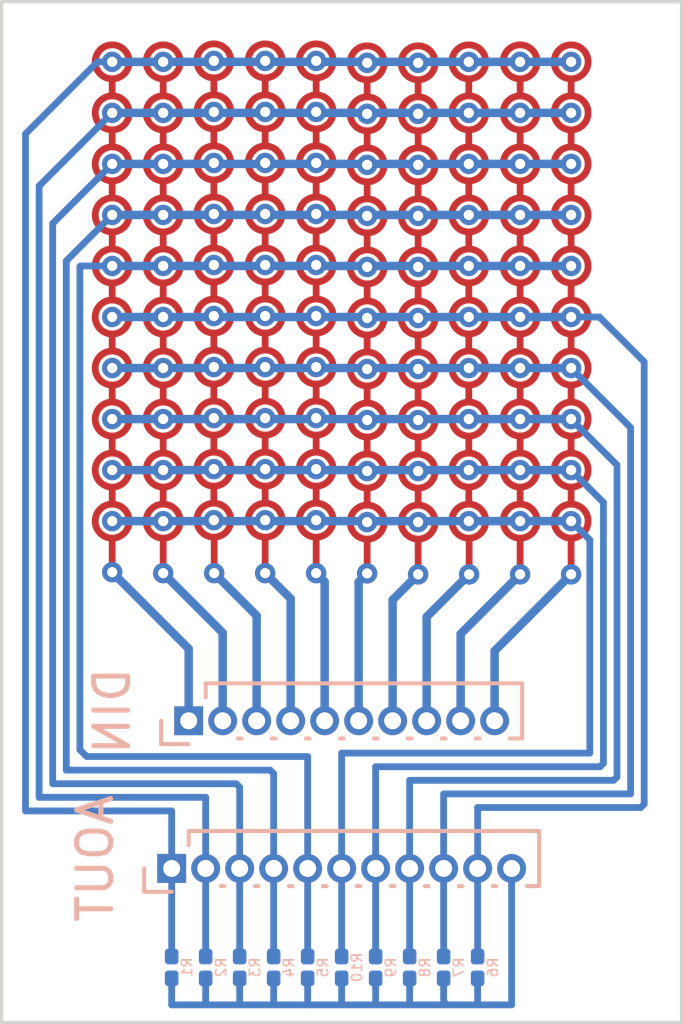
<source format=kicad_pcb>
(kicad_pcb (version 20211014) (generator pcbnew)
  (layers (0 "F.Cu" signal) (31 "B.Cu" signal) (34 "B.Paste" user) (35 "F.Paste" user) (36 "B.SilkS" user "B.Silkscreen") (37 "F.SilkS" user "F.Silkscreen") (38 "B.Mask" user) (39 "F.Mask" user) (44 "Edge.Cuts" user))
  (net 0 "")
  (footprint "Resistor_SMD:R_0201_0603Metric" (layer "B.Cu") (at 62.85 76.95 90)
    (fp_text reference "R5" (at 0 0.45 90) (layer "B.SilkS") (effects (font (size 0.3 0.3) (thickness 0.05)) (justify mirror)))
    (fp_text value "400K")
    (pad "1" smd roundrect (at -0.32 0 90) (size 0.46 0.4) (layers "B.Cu" "B.Mask"))
    (pad "2" smd roundrect (at 0.32 0 90) (size 0.46 0.4) (layers "B.Cu" "B.Mask"))
  )
  (footprint "Resistor_SMD:R_0201_0603Metric" (layer "B.Cu") (at 63.85 76.95 90)
    (fp_text reference "R10" (at 0 0.45 90) (layer "B.SilkS") (effects (font (size 0.3 0.3) (thickness 0.05)) (justify mirror)))
    (fp_text value "400K")
    (pad "1" smd roundrect (at -0.32 0 90) (size 0.46 0.4) (layers "B.Cu" "B.Mask"))
    (pad "2" smd roundrect (at 0.32 0 90) (size 0.46 0.4) (layers "B.Cu" "B.Mask"))
  )
  (footprint "Resistor_SMD:R_0201_0603Metric" (layer "B.Cu") (at 67.85 76.95 90)
    (fp_text reference "R6" (at 0 0.45 90) (layer "B.SilkS") (effects (font (size 0.3 0.3) (thickness 0.05)) (justify mirror)))
    (fp_text value "400K")
    (pad "1" smd roundrect (at -0.32 0 90) (size 0.46 0.4) (layers "B.Cu" "B.Mask"))
    (pad "2" smd roundrect (at 0.32 0 90) (size 0.46 0.4) (layers "B.Cu" "B.Mask"))
  )
  (footprint "Connector_PinSocket_1.00mm:PinSocket_1x11_P1.00mm_Vertical" (layer "B.Cu") (at 58.85 74.04 -90)
    (fp_text reference "AOUT" (at -0.29 2.25 90) (layer "B.SilkS") (effects (justify mirror)))
    (fp_text value "AOUT")
    (fp_line (start 0.52 -6.445898) (end 0.52 -6.554102) (layer "B.SilkS") (width 0.12))
    (fp_line (start 0.52 -1.445898) (end 0.52 -1.554102) (layer "B.SilkS") (width 0.12))
    (fp_line (start 0.52 -7.445898) (end 0.52 -7.554102) (layer "B.SilkS") (width 0.12))
    (fp_line (start 0.685 0.81) (end 0.685 0) (layer "B.SilkS") (width 0.12))
    (fp_line (start -1.1 -0.5) (end -1.1 -10.81) (layer "B.SilkS") (width 0.12))
    (fp_line (start -1.1 -0.5) (end -0.685 -0.5) (layer "B.SilkS") (width 0.12))
    (fp_line (start 0 0.81) (end 0.685 0.81) (layer "B.SilkS") (width 0.12))
    (fp_line (start 0.52 -2.445898) (end 0.52 -2.554102) (layer "B.SilkS") (width 0.12))
    (fp_line (start 0.52 -4.445898) (end 0.52 -4.554102) (layer "B.SilkS") (width 0.12))
    (fp_line (start 0.52 -10.445898) (end 0.52 -10.81) (layer "B.SilkS") (width 0.12))
    (fp_line (start 0.52 -3.445898) (end 0.52 -3.554102) (layer "B.SilkS") (width 0.12))
    (fp_line (start 0.52 -5.445898) (end 0.52 -5.554102) (layer "B.SilkS") (width 0.12))
    (fp_line (start -1.1 -10.81) (end 0.52 -10.81) (layer "B.SilkS") (width 0.12))
    (fp_line (start 0.52 -9.445898) (end 0.52 -9.554102) (layer "B.SilkS") (width 0.12))
    (fp_line (start 0.52 -8.445898) (end 0.52 -8.554102) (layer "B.SilkS") (width 0.12))
    (pad "0" thru_hole oval (at 0 -10 270) (size 0.85 0.85) (drill 0.5) (layers *.Cu *.Mask))
    (pad "1" thru_hole rect (at 0 0 270) (size 0.85 0.85) (drill 0.5) (layers *.Cu *.Mask))
    (pad "2" thru_hole oval (at 0 -1 270) (size 0.85 0.85) (drill 0.5) (layers *.Cu *.Mask))
    (pad "3" thru_hole oval (at 0 -2 270) (size 0.85 0.85) (drill 0.5) (layers *.Cu *.Mask))
    (pad "4" thru_hole oval (at 0 -3 270) (size 0.85 0.85) (drill 0.5) (layers *.Cu *.Mask))
    (pad "5" thru_hole oval (at 0 -4 270) (size 0.85 0.85) (drill 0.5) (layers *.Cu *.Mask))
    (pad "6" thru_hole oval (at 0 -9 270) (size 0.85 0.85) (drill 0.5) (layers *.Cu *.Mask))
    (pad "7" thru_hole oval (at 0 -8 270) (size 0.85 0.85) (drill 0.5) (layers *.Cu *.Mask))
    (pad "8" thru_hole oval (at 0 -7 270) (size 0.85 0.85) (drill 0.5) (layers *.Cu *.Mask))
    (pad "9" thru_hole oval (at 0 -6 270) (size 0.85 0.85) (drill 0.5) (layers *.Cu *.Mask))
    (pad "10" thru_hole oval (at 0 -5 270) (size 0.85 0.85) (drill 0.5) (layers *.Cu *.Mask))
  )
  (footprint "Resistor_SMD:R_0201_0603Metric" (layer "B.Cu") (at 61.85 76.95 90)
    (fp_text reference "R4" (at 0 0.45 90) (layer "B.SilkS") (effects (font (size 0.3 0.3) (thickness 0.05)) (justify mirror)))
    (fp_text value "400K")
    (pad "1" smd roundrect (at -0.32 0 90) (size 0.46 0.4) (layers "B.Cu" "B.Mask"))
    (pad "2" smd roundrect (at 0.32 0 90) (size 0.46 0.4) (layers "B.Cu" "B.Mask"))
  )
  (footprint "Connector_PinSocket_1.00mm:PinSocket_1x10_P1.00mm_Vertical" (layer "B.Cu") (at 59.35 69.7 -90)
    (fp_text reference "DIN" (at -0.29 2.25 90) (layer "B.SilkS") (effects (justify mirror)))
    (fp_text value "DIN")
    (fp_line (start -1.1 -9.81) (end 0.52 -9.81) (layer "B.SilkS") (width 0.12))
    (fp_line (start 0 0.81) (end 0.685 0.81) (layer "B.SilkS") (width 0.12))
    (fp_line (start -1.1 -0.5) (end -1.1 -9.81) (layer "B.SilkS") (width 0.12))
    (fp_line (start 0.52 -1.445898) (end 0.52 -1.554102) (layer "B.SilkS") (width 0.12))
    (fp_line (start 0.52 -8.445898) (end 0.52 -8.554102) (layer "B.SilkS") (width 0.12))
    (fp_line (start 0.52 -9.445898) (end 0.52 -9.81) (layer "B.SilkS") (width 0.12))
    (fp_line (start -1.1 -0.5) (end -0.685 -0.5) (layer "B.SilkS") (width 0.12))
    (fp_line (start 0.52 -6.445898) (end 0.52 -6.554102) (layer "B.SilkS") (width 0.12))
    (fp_line (start 0.685 0.81) (end 0.685 0) (layer "B.SilkS") (width 0.12))
    (fp_line (start 0.52 -7.445898) (end 0.52 -7.554102) (layer "B.SilkS") (width 0.12))
    (fp_line (start 0.52 -5.445898) (end 0.52 -5.554102) (layer "B.SilkS") (width 0.12))
    (fp_line (start 0.52 -3.445898) (end 0.52 -3.554102) (layer "B.SilkS") (width 0.12))
    (fp_line (start 0.52 -2.445898) (end 0.52 -2.554102) (layer "B.SilkS") (width 0.12))
    (fp_line (start 0.52 -4.445898) (end 0.52 -4.554102) (layer "B.SilkS") (width 0.12))
    (pad "1" thru_hole rect (at 0 0 270) (size 0.85 0.85) (drill 0.5) (layers *.Cu *.Mask))
    (pad "2" thru_hole oval (at 0 -1 270) (size 0.85 0.85) (drill 0.5) (layers *.Cu *.Mask))
    (pad "3" thru_hole oval (at 0 -2 270) (size 0.85 0.85) (drill 0.5) (layers *.Cu *.Mask))
    (pad "4" thru_hole oval (at 0 -3 270) (size 0.85 0.85) (drill 0.5) (layers *.Cu *.Mask))
    (pad "5" thru_hole oval (at 0 -4 270) (size 0.85 0.85) (drill 0.5) (layers *.Cu *.Mask))
    (pad "6" thru_hole oval (at 0 -5 270) (size 0.85 0.85) (drill 0.5) (layers *.Cu *.Mask))
    (pad "7" thru_hole oval (at 0 -6 270) (size 0.85 0.85) (drill 0.5) (layers *.Cu *.Mask))
    (pad "8" thru_hole oval (at 0 -7 270) (size 0.85 0.85) (drill 0.5) (layers *.Cu *.Mask))
    (pad "9" thru_hole oval (at 0 -8 270) (size 0.85 0.85) (drill 0.5) (layers *.Cu *.Mask))
    (pad "10" thru_hole oval (at 0 -9 270) (size 0.85 0.85) (drill 0.5) (layers *.Cu *.Mask))
  )
  (footprint "Resistor_SMD:R_0201_0603Metric" (layer "B.Cu") (at 66.85 76.95 90)
    (fp_text reference "R7" (at 0 0.45 90) (layer "B.SilkS") (effects (font (size 0.3 0.3) (thickness 0.05)) (justify mirror)))
    (fp_text value "400K")
    (pad "1" smd roundrect (at -0.32 0 90) (size 0.46 0.4) (layers "B.Cu" "B.Mask"))
    (pad "2" smd roundrect (at 0.32 0 90) (size 0.46 0.4) (layers "B.Cu" "B.Mask"))
  )
  (footprint "Resistor_SMD:R_0201_0603Metric" (layer "B.Cu") (at 65.85 76.95 90)
    (fp_text reference "R8" (at 0 0.45 90) (layer "B.SilkS") (effects (font (size 0.3 0.3) (thickness 0.05)) (justify mirror)))
    (fp_text value "400K")
    (pad "1" smd roundrect (at -0.32 0 90) (size 0.46 0.4) (layers "B.Cu" "B.Mask"))
    (pad "2" smd roundrect (at 0.32 0 90) (size 0.46 0.4) (layers "B.Cu" "B.Mask"))
  )
  (footprint "Resistor_SMD:R_0201_0603Metric" (layer "B.Cu") (at 58.85 76.95 90)
    (fp_text reference "R1" (at 0 0.45 90) (layer "B.SilkS") (effects (font (size 0.3 0.3) (thickness 0.05)) (justify mirror)))
    (fp_text value "400K")
    (pad "1" smd roundrect (at -0.32 0 90) (size 0.46 0.4) (layers "B.Cu" "B.Mask"))
    (pad "2" smd roundrect (at 0.32 0 90) (size 0.46 0.4) (layers "B.Cu" "B.Mask"))
  )
  (footprint "Resistor_SMD:R_0201_0603Metric" (layer "B.Cu") (at 60.85 76.95 90)
    (fp_text reference "R3" (at 0 0.45 90) (layer "B.SilkS") (effects (font (size 0.3 0.3) (thickness 0.05)) (justify mirror)))
    (fp_text value "400K")
    (pad "1" smd roundrect (at -0.32 0 90) (size 0.46 0.4) (layers "B.Cu" "B.Mask"))
    (pad "2" smd roundrect (at 0.32 0 90) (size 0.46 0.4) (layers "B.Cu" "B.Mask"))
  )
  (footprint "Resistor_SMD:R_0201_0603Metric" (layer "B.Cu") (at 59.85 76.95 90)
    (fp_text reference "R2" (at 0 0.45 90) (layer "B.SilkS") (effects (font (size 0.3 0.3) (thickness 0.05)) (justify mirror)))
    (fp_text value "400K")
    (pad "1" smd roundrect (at -0.32 0 90) (size 0.46 0.4) (layers "B.Cu" "B.Mask"))
    (pad "2" smd roundrect (at 0.32 0 90) (size 0.46 0.4) (layers "B.Cu" "B.Mask"))
  )
  (footprint "Resistor_SMD:R_0201_0603Metric" (layer "B.Cu") (at 64.85 76.95 90)
    (fp_text reference "R9" (at 0 0.45 90) (layer "B.SilkS") (effects (font (size 0.3 0.3) (thickness 0.05)) (justify mirror)))
    (fp_text value "400K")
    (pad "1" smd roundrect (at -0.32 0 90) (size 0.46 0.4) (layers "B.Cu" "B.Mask"))
    (pad "2" smd roundrect (at 0.32 0 90) (size 0.46 0.4) (layers "B.Cu" "B.Mask"))
  )
  (gr_line (start 57.1 55.33206) (end 57.1 55.83206) (layer "F.Cu") (width 0.2))
  (gr_line (start 60.090306 56.80382) (end 60.090306 57.30382) (layer "F.Cu") (width 0.2))
  (gr_line (start 63.1 55.30382) (end 63.1 55.80382) (layer "F.Cu") (width 0.2))
  (gr_line (start 63.1 58.30382) (end 63.1 58.80382) (layer "F.Cu") (width 0.2))
  (gr_line (start 60.090306 52.30382) (end 60.090306 52.80382) (layer "F.Cu") (width 0.2))
  (gr_line (start 61.6 50.80382) (end 61.6 51.30382) (layer "F.Cu") (width 0.2))
  (gr_line (start 61.6 58.30382) (end 61.6 58.80382) (layer "F.Cu") (width 0.2))
  (gr_line (start 58.6 64.3603) (end 58.6 65.28854) (layer "F.Cu") (width 0.2))
  (gr_line (start 64.6 62.8603) (end 64.6 63.3603) (layer "F.Cu") (width 0.2))
  (gr_line (start 69.1 55.33206) (end 69.1 55.83206) (layer "F.Cu") (width 0.2))
  (gr_circle (center 67.590306 51.83206) (end 67.590306 51.33206) (layer "F.Cu") (width 0.2) (fill none))
  (gr_circle (center 57.1 51.83206) (end 57.1 51.33206) (layer "F.Cu") (width 0.2) (fill none))
  (gr_circle (center 60.090306 51.80382) (end 60.090306 51.30382) (layer "F.Cu") (width 0.2) (fill none))
  (gr_line (start 66.1 53.8603) (end 66.1 54.3603) (layer "F.Cu") (width 0.2))
  (gr_line (start 57.1 58.33206) (end 57.1 58.83206) (layer "F.Cu") (width 0.2))
  (gr_line (start 63.1 50.80382) (end 63.1 51.30382) (layer "F.Cu") (width 0.2))
  (gr_line (start 58.6 52.33206) (end 58.6 52.83206) (layer "F.Cu") (width 0.2))
  (gr_circle (center 60.090306 50.30382) (end 60.090306 49.80382) (layer "F.Cu") (width 0.2) (fill none))
  (gr_line (start 60.090306 58.30382) (end 60.090306 58.80382) (layer "F.Cu") (width 0.2))
  (gr_circle (center 67.590306 50.33206) (end 67.590306 49.83206) (layer "F.Cu") (width 0.2) (fill none))
  (gr_circle (center 69.1 51.83206) (end 69.1 51.33206) (layer "F.Cu") (width 0.2) (fill none))
  (gr_line (start 70.6 62.83206) (end 70.6 63.33206) (layer "F.Cu") (width 0.2))
  (gr_circle (center 60.090306 56.30382) (end 60.090306 55.80382) (layer "F.Cu") (width 0.2) (fill none))
  (gr_line (start 57.1 62.83206) (end 57.1 63.33206) (layer "F.Cu") (width 0.2))
  (gr_line (start 64.6 64.36794) (end 64.6 65.29618) (layer "F.Cu") (width 0.2))
  (gr_circle (center 61.6 59.30382) (end 61.6 58.80382) (layer "F.Cu") (width 0.2) (fill none))
  (gr_circle (center 67.590306 53.33206) (end 67.590306 52.83206) (layer "F.Cu") (width 0.2) (fill none))
  (gr_circle (center 67.590306 59.33206) (end 67.590306 58.83206) (layer "F.Cu") (width 0.2) (fill none))
  (gr_circle (center 66.1 62.3603) (end 66.1 61.8603) (layer "F.Cu") (width 0.2) (fill none))
  (gr_circle (center 61.6 54.80382) (end 61.6 54.30382) (layer "F.Cu") (width 0.2) (fill none))
  (gr_line (start 64.6 58.3603) (end 64.6 58.8603) (layer "F.Cu") (width 0.2))
  (gr_circle (center 67.590306 54.83206) (end 67.590306 54.33206) (layer "F.Cu") (width 0.2) (fill none))
  (gr_circle (center 67.590306 62.33206) (end 67.590306 61.83206) (layer "F.Cu") (width 0.2) (fill none))
  (gr_circle (center 60.090306 62.30382) (end 60.090306 61.80382) (layer "F.Cu") (width 0.2) (fill none))
  (gr_line (start 57.1 59.83206) (end 57.1 60.33206) (layer "F.Cu") (width 0.2))
  (gr_line (start 67.6 64.39618) (end 67.6 65.32442) (layer "F.Cu") (width 0.2))
  (gr_circle (center 58.6 54.83206) (end 58.6 54.33206) (layer "F.Cu") (width 0.2) (fill none))
  (gr_circle (center 69.1 50.33206) (end 69.1 49.83206) (layer "F.Cu") (width 0.2) (fill none))
  (gr_circle (center 61.6 50.30382) (end 61.6 49.80382) (layer "F.Cu") (width 0.2) (fill none))
  (gr_circle (center 66.1 56.3603) (end 66.1 55.8603) (layer "F.Cu") (width 0.2) (fill none))
  (gr_circle (center 70.6 57.83206) (end 70.6 57.33206) (layer "F.Cu") (width 0.2) (fill none))
  (gr_circle (center 64.6 63.8603) (end 64.6 63.3603) (layer "F.Cu") (width 0.2) (fill none))
  (gr_circle (center 64.6 60.8603) (end 64.6 60.3603) (layer "F.Cu") (width 0.2) (fill none))
  (gr_circle (center 63.1 60.80382) (end 63.1 60.30382) (layer "F.Cu") (width 0.2) (fill none))
  (gr_circle (center 63.1 63.80382) (end 63.1 63.30382) (layer "F.Cu") (width 0.2) (fill none))
  (gr_circle (center 69.1 60.83206) (end 69.1 60.33206) (layer "F.Cu") (width 0.2) (fill none))
  (gr_line (start 67.590306 59.83206) (end 67.590306 60.33206) (layer "F.Cu") (width 0.2))
  (gr_circle (center 70.6 59.33206) (end 70.6 58.83206) (layer "F.Cu") (width 0.2) (fill none))
  (gr_line (start 61.6 62.80382) (end 61.6 63.30382) (layer "F.Cu") (width 0.2))
  (gr_line (start 66.1 62.8603) (end 66.1 63.3603) (layer "F.Cu") (width 0.2))
  (gr_circle (center 70.6 53.33206) (end 70.6 52.83206) (layer "F.Cu") (width 0.2) (fill none))
  (gr_circle (center 64.6 62.3603) (end 64.6 61.8603) (layer "F.Cu") (width 0.2) (fill none))
  (gr_line (start 60.090306 53.80382) (end 60.090306 54.30382) (layer "F.Cu") (width 0.2))
  (gr_line (start 69.1 62.83206) (end 69.1 63.33206) (layer "F.Cu") (width 0.2))
  (gr_circle (center 58.6 59.33206) (end 58.6 58.83206) (layer "F.Cu") (width 0.2) (fill none))
  (gr_line (start 58.6 62.83206) (end 58.6 63.33206) (layer "F.Cu") (width 0.2))
  (gr_line (start 66.1 52.3603) (end 66.1 52.8603) (layer "F.Cu") (width 0.2))
  (gr_circle (center 69.1 59.33206) (end 69.1 58.83206) (layer "F.Cu") (width 0.2) (fill none))
  (gr_circle (center 66.1 60.8603) (end 66.1 60.3603) (layer "F.Cu") (width 0.2) (fill none))
  (gr_circle (center 58.6 62.33206) (end 58.6 61.83206) (layer "F.Cu") (width 0.2) (fill none))
  (gr_circle (center 70.6 56.33206) (end 70.6 55.83206) (layer "F.Cu") (width 0.2) (fill none))
  (gr_line (start 70.6 56.83206) (end 70.6 57.33206) (layer "F.Cu") (width 0.2))
  (gr_line (start 60.090306 55.30382) (end 60.090306 55.80382) (layer "F.Cu") (width 0.2))
  (gr_circle (center 60.090306 60.80382) (end 60.090306 60.30382) (layer "F.Cu") (width 0.2) (fill none))
  (gr_circle (center 66.1 50.3603) (end 66.1 49.8603) (layer "F.Cu") (width 0.2) (fill none))
  (gr_circle (center 61.6 57.80382) (end 61.6 57.30382) (layer "F.Cu") (width 0.2) (fill none))
  (gr_circle (center 66.1 53.3603) (end 66.1 52.8603) (layer "F.Cu") (width 0.2) (fill none))
  (gr_circle (center 61.6 60.80382) (end 61.6 60.30382) (layer "F.Cu") (width 0.2) (fill none))
  (gr_circle (center 61.6 51.80382) (end 61.6 51.30382) (layer "F.Cu") (width 0.2) (fill none))
  (gr_line (start 64.6 55.3603) (end 64.6 55.8603) (layer "F.Cu") (width 0.2))
  (gr_circle (center 63.1 59.30382) (end 63.1 58.80382) (layer "F.Cu") (width 0.2) (fill none))
  (gr_circle (center 64.6 57.8603) (end 64.6 57.3603) (layer "F.Cu") (width 0.2) (fill none))
  (gr_line (start 63.1 53.80382) (end 63.1 54.30382) (layer "F.Cu") (width 0.2))
  (gr_circle (center 70.6 50.33206) (end 70.6 49.83206) (layer "F.Cu") (width 0.2) (fill none))
  (gr_circle (center 66.1 57.8603) (end 66.1 57.3603) (layer "F.Cu") (width 0.2) (fill none))
  (gr_circle (center 60.090306 63.80382) (end 60.090306 63.30382) (layer "F.Cu") (width 0.2) (fill none))
  (gr_line (start 61.6 52.30382) (end 61.6 52.80382) (layer "F.Cu") (width 0.2))
  (gr_circle (center 70.6 54.83206) (end 70.6 54.33206) (layer "F.Cu") (width 0.2) (fill none))
  (gr_line (start 60.090306 61.30382) (end 60.090306 61.80382) (layer "F.Cu") (width 0.2))
  (gr_line (start 64.6 50.8603) (end 64.6 51.3603) (layer "F.Cu") (width 0.2))
  (gr_line (start 69.1 56.83206) (end 69.1 57.33206) (layer "F.Cu") (width 0.2))
  (gr_circle (center 70.6 62.33206) (end 70.6 61.83206) (layer "F.Cu") (width 0.2) (fill none))
  (gr_circle (center 57.1 63.83206) (end 57.1 63.33206) (layer "F.Cu") (width 0.2) (fill none))
  (gr_line (start 69.1 52.33206) (end 69.1 52.83206) (layer "F.Cu") (width 0.2))
  (gr_line (start 70.6 59.83206) (end 70.6 60.33206) (layer "F.Cu") (width 0.2))
  (gr_line (start 67.590306 61.33206) (end 67.590306 61.83206) (layer "F.Cu") (width 0.2))
  (gr_line (start 70.6 61.33206) (end 70.6 61.83206) (layer "F.Cu") (width 0.2))
  (gr_circle (center 66.1 54.8603) (end 66.1 54.3603) (layer "F.Cu") (width 0.2) (fill none))
  (gr_line (start 63.1 62.80382) (end 63.1 63.30382) (layer "F.Cu") (width 0.2))
  (gr_circle (center 70.6 60.83206) (end 70.6 60.33206) (layer "F.Cu") (width 0.2) (fill none))
  (gr_circle (center 63.1 53.30382) (end 63.1 52.80382) (layer "F.Cu") (width 0.2) (fill none))
  (gr_line (start 70.6 55.33206) (end 70.6 55.83206) (layer "F.Cu") (width 0.2))
  (gr_circle (center 63.1 50.30382) (end 63.1 49.80382) (layer "F.Cu") (width 0.2) (fill none))
  (gr_line (start 69.1 59.83206) (end 69.1 60.33206) (layer "F.Cu") (width 0.2))
  (gr_circle (center 63.1 57.80382) (end 63.1 57.30382) (layer "F.Cu") (width 0.2) (fill none))
  (gr_circle (center 57.1 60.83206) (end 57.1 60.33206) (layer "F.Cu") (width 0.2) (fill none))
  (gr_line (start 69.1 58.33206) (end 69.1 58.83206) (layer "F.Cu") (width 0.2))
  (gr_circle (center 66.1 51.8603) (end 66.1 51.3603) (layer "F.Cu") (width 0.2) (fill none))
  (gr_line (start 58.6 58.33206) (end 58.6 58.83206) (layer "F.Cu") (width 0.2))
  (gr_circle (center 69.1 56.33206) (end 69.1 55.83206) (layer "F.Cu") (width 0.2) (fill none))
  (gr_circle (center 64.6 50.3603) (end 64.6 49.8603) (layer "F.Cu") (width 0.2) (fill none))
  (gr_circle (center 61.6 63.80382) (end 61.6 63.30382) (layer "F.Cu") (width 0.2) (fill none))
  (gr_line (start 66.1 58.3603) (end 66.1 58.8603) (layer "F.Cu") (width 0.2))
  (gr_circle (center 69.1 57.83206) (end 69.1 57.33206) (layer "F.Cu") (width 0.2) (fill none))
  (gr_circle (center 58.6 56.33206) (end 58.6 55.83206) (layer "F.Cu") (width 0.2) (fill none))
  (gr_line (start 67.590306 52.33206) (end 67.590306 52.83206) (layer "F.Cu") (width 0.2))
  (gr_line (start 60.090306 50.80382) (end 60.090306 51.30382) (layer "F.Cu") (width 0.2))
  (gr_circle (center 63.1 62.30382) (end 63.1 61.80382) (layer "F.Cu") (width 0.2) (fill none))
  (gr_line (start 69.1 64.39618) (end 69.1 65.32442) (layer "F.Cu") (width 0.2))
  (gr_line (start 58.6 56.83206) (end 58.6 57.33206) (layer "F.Cu") (width 0.2))
  (gr_circle (center 57.1 62.33206) (end 57.1 61.83206) (layer "F.Cu") (width 0.2) (fill none))
  (gr_circle (center 63.1 54.80382) (end 63.1 54.30382) (layer "F.Cu") (width 0.2) (fill none))
  (gr_line (start 58.6 53.83206) (end 58.6 54.33206) (layer "F.Cu") (width 0.2))
  (gr_circle (center 57.1 56.33206) (end 57.1 55.83206) (layer "F.Cu") (width 0.2) (fill none))
  (gr_circle (center 61.6 62.30382) (end 61.6 61.80382) (layer "F.Cu") (width 0.2) (fill none))
  (gr_line (start 70.6 58.33206) (end 70.6 58.83206) (layer "F.Cu") (width 0.2))
  (gr_line (start 70.6 53.83206) (end 70.6 54.33206) (layer "F.Cu") (width 0.2))
  (gr_circle (center 58.6 50.33206) (end 58.6 49.83206) (layer "F.Cu") (width 0.2) (fill none))
  (gr_line (start 57.1 50.83206) (end 57.1 51.33206) (layer "F.Cu") (width 0.2))
  (gr_circle (center 70.6 51.83206) (end 70.6 51.33206) (layer "F.Cu") (width 0.2) (fill none))
  (gr_line (start 63.1 56.80382) (end 63.1 57.30382) (layer "F.Cu") (width 0.2))
  (gr_line (start 67.590306 55.33206) (end 67.590306 55.83206) (layer "F.Cu") (width 0.2))
  (gr_line (start 69.1 50.83206) (end 69.1 51.33206) (layer "F.Cu") (width 0.2))
  (gr_circle (center 57.1 53.33206) (end 57.1 52.83206) (layer "F.Cu") (width 0.2) (fill none))
  (gr_circle (center 69.1 62.33206) (end 69.1 61.83206) (layer "F.Cu") (width 0.2) (fill none))
  (gr_line (start 60.090306 62.80382) (end 60.090306 63.30382) (layer "F.Cu") (width 0.2))
  (gr_circle (center 64.6 51.8603) (end 64.6 51.3603) (layer "F.Cu") (width 0.2) (fill none))
  (gr_line (start 66.1 59.8603) (end 66.1 60.3603) (layer "F.Cu") (width 0.2))
  (gr_circle (center 66.1 63.8603) (end 66.1 63.3603) (layer "F.Cu") (width 0.2) (fill none))
  (gr_line (start 58.6 59.83206) (end 58.6 60.33206) (layer "F.Cu") (width 0.2))
  (gr_circle (center 64.6 59.3603) (end 64.6 58.8603) (layer "F.Cu") (width 0.2) (fill none))
  (gr_circle (center 58.6 63.83206) (end 58.6 63.33206) (layer "F.Cu") (width 0.2) (fill none))
  (gr_line (start 57.1 56.83206) (end 57.1 57.33206) (layer "F.Cu") (width 0.2))
  (gr_circle (center 60.090306 57.80382) (end 60.090306 57.30382) (layer "F.Cu") (width 0.2) (fill none))
  (gr_circle (center 66.1 59.3603) (end 66.1 58.8603) (layer "F.Cu") (width 0.2) (fill none))
  (gr_line (start 61.6 53.80382) (end 61.6 54.30382) (layer "F.Cu") (width 0.2))
  (gr_line (start 66.1 64.39618) (end 66.1 65.32442) (layer "F.Cu") (width 0.2))
  (gr_circle (center 64.6 53.3603) (end 64.6 52.8603) (layer "F.Cu") (width 0.2) (fill none))
  (gr_line (start 64.6 53.8603) (end 64.6 54.3603) (layer "F.Cu") (width 0.2))
  (gr_circle (center 70.6 63.83206) (end 70.6 63.33206) (layer "F.Cu") (width 0.2) (fill none))
  (gr_line (start 70.6 50.83206) (end 70.6 51.33206) (layer "F.Cu") (width 0.2))
  (gr_line (start 57.1 64.33206) (end 57.1 65.2603) (layer "F.Cu") (width 0.2))
  (gr_line (start 57.1 53.83206) (end 57.1 54.33206) (layer "F.Cu") (width 0.2))
  (gr_line (start 70.6 64.39618) (end 70.6 65.32442) (layer "F.Cu") (width 0.2))
  (gr_circle (center 57.1 59.33206) (end 57.1 58.83206) (layer "F.Cu") (width 0.2) (fill none))
  (gr_line (start 61.6 64.3603) (end 61.6 65.28854) (layer "F.Cu") (width 0.2))
  (gr_line (start 57.1 61.33206) (end 57.1 61.83206) (layer "F.Cu") (width 0.2))
  (gr_circle (center 69.1 54.83206) (end 69.1 54.33206) (layer "F.Cu") (width 0.2) (fill none))
  (gr_line (start 64.6 59.8603) (end 64.6 60.3603) (layer "F.Cu") (width 0.2))
  (gr_line (start 69.1 53.83206) (end 69.1 54.33206) (layer "F.Cu") (width 0.2))
  (gr_circle (center 58.6 53.33206) (end 58.6 52.83206) (layer "F.Cu") (width 0.2) (fill none))
  (gr_line (start 64.6 61.3603) (end 64.6 61.8603) (layer "F.Cu") (width 0.2))
  (gr_line (start 67.590306 53.83206) (end 67.590306 54.33206) (layer "F.Cu") (width 0.2))
  (gr_line (start 67.590306 50.83206) (end 67.590306 51.33206) (layer "F.Cu") (width 0.2))
  (gr_line (start 69.1 61.33206) (end 69.1 61.83206) (layer "F.Cu") (width 0.2))
  (gr_circle (center 67.590306 56.33206) (end 67.590306 55.83206) (layer "F.Cu") (width 0.2) (fill none))
  (gr_circle (center 58.6 57.83206) (end 58.6 57.33206) (layer "F.Cu") (width 0.2) (fill none))
  (gr_circle (center 63.1 51.80382) (end 63.1 51.30382) (layer "F.Cu") (width 0.2) (fill none))
  (gr_circle (center 64.6 54.8603) (end 64.6 54.3603) (layer "F.Cu") (width 0.2) (fill none))
  (gr_line (start 61.6 59.80382) (end 61.6 60.30382) (layer "F.Cu") (width 0.2))
  (gr_line (start 57.1 52.33206) (end 57.1 52.83206) (layer "F.Cu") (width 0.2))
  (gr_line (start 64.6 56.8603) (end 64.6 57.3603) (layer "F.Cu") (width 0.2))
  (gr_line (start 60.1 64.3603) (end 60.1 65.28854) (layer "F.Cu") (width 0.2))
  (gr_circle (center 69.1 53.33206) (end 69.1 52.83206) (layer "F.Cu") (width 0.2) (fill none))
  (gr_line (start 66.1 61.3603) (end 66.1 61.8603) (layer "F.Cu") (width 0.2))
  (gr_line (start 66.1 56.8603) (end 66.1 57.3603) (layer "F.Cu") (width 0.2))
  (gr_circle (center 57.1 50.33206) (end 57.1 49.83206) (layer "F.Cu") (width 0.2) (fill none))
  (gr_circle (center 61.6 56.30382) (end 61.6 55.80382) (layer "F.Cu") (width 0.2) (fill none))
  (gr_line (start 67.590306 62.83206) (end 67.590306 63.33206) (layer "F.Cu") (width 0.2))
  (gr_circle (center 63.1 56.30382) (end 63.1 55.80382) (layer "F.Cu") (width 0.2) (fill none))
  (gr_line (start 63.1 52.30382) (end 63.1 52.80382) (layer "F.Cu") (width 0.2))
  (gr_line (start 58.6 61.33206) (end 58.6 61.83206) (layer "F.Cu") (width 0.2))
  (gr_line (start 61.6 56.80382) (end 61.6 57.30382) (layer "F.Cu") (width 0.2))
  (gr_circle (center 60.090306 59.30382) (end 60.090306 58.80382) (layer "F.Cu") (width 0.2) (fill none))
  (gr_circle (center 57.1 57.83206) (end 57.1 57.33206) (layer "F.Cu") (width 0.2) (fill none))
  (gr_circle (center 60.090306 54.80382) (end 60.090306 54.30382) (layer "F.Cu") (width 0.2) (fill none))
  (gr_line (start 60.090306 59.80382) (end 60.090306 60.30382) (layer "F.Cu") (width 0.2))
  (gr_circle (center 61.6 53.30382) (end 61.6 52.80382) (layer "F.Cu") (width 0.2) (fill none))
  (gr_line (start 63.1 64.3603) (end 63.1 65.28854) (layer "F.Cu") (width 0.2))
  (gr_line (start 66.1 50.8603) (end 66.1 51.3603) (layer "F.Cu") (width 0.2))
  (gr_circle (center 58.6 60.83206) (end 58.6 60.33206) (layer "F.Cu") (width 0.2) (fill none))
  (gr_line (start 61.6 61.30382) (end 61.6 61.80382) (layer "F.Cu") (width 0.2))
  (gr_line (start 58.6 50.83206) (end 58.6 51.33206) (layer "F.Cu") (width 0.2))
  (gr_line (start 58.6 55.33206) (end 58.6 55.83206) (layer "F.Cu") (width 0.2))
  (gr_line (start 67.590306 58.33206) (end 67.590306 58.83206) (layer "F.Cu") (width 0.2))
  (gr_circle (center 57.1 54.83206) (end 57.1 54.33206) (layer "F.Cu") (width 0.2) (fill none))
  (gr_circle (center 67.590306 60.83206) (end 67.590306 60.33206) (layer "F.Cu") (width 0.2) (fill none))
  (gr_line (start 66.1 55.3603) (end 66.1 55.8603) (layer "F.Cu") (width 0.2))
  (gr_line (start 64.6 52.3603) (end 64.6 52.8603) (layer "F.Cu") (width 0.2))
  (gr_line (start 70.6 52.33206) (end 70.6 52.83206) (layer "F.Cu") (width 0.2))
  (gr_circle (center 67.590306 63.83206) (end 67.590306 63.33206) (layer "F.Cu") (width 0.2) (fill none))
  (gr_circle (center 58.6 51.83206) (end 58.6 51.33206) (layer "F.Cu") (width 0.2) (fill none))
  (gr_circle (center 67.590306 57.83206) (end 67.590306 57.33206) (layer "F.Cu") (width 0.2) (fill none))
  (gr_line (start 63.1 59.80382) (end 63.1 60.30382) (layer "F.Cu") (width 0.2))
  (gr_circle (center 60.090306 53.30382) (end 60.090306 52.80382) (layer "F.Cu") (width 0.2) (fill none))
  (gr_circle (center 69.1 63.83206) (end 69.1 63.33206) (layer "F.Cu") (width 0.2) (fill none))
  (gr_line (start 61.6 55.30382) (end 61.6 55.80382) (layer "F.Cu") (width 0.2))
  (gr_circle (center 64.6 56.3603) (end 64.6 55.8603) (layer "F.Cu") (width 0.2) (fill none))
  (gr_line (start 63.1 61.30382) (end 63.1 61.80382) (layer "F.Cu") (width 0.2))
  (gr_line (start 67.590306 56.83206) (end 67.590306 57.33206) (layer "F.Cu") (width 0.2))
  (gr_rect (start 53.85 48.56441) (end 73.85 78.56441) (layer "Edge.Cuts") (width 0.1) (fill none))
  (via (at 69.1 63.83206) (size 0.6) (drill 0.3) (layers "F.Cu" "B.Cu") (net 0))
  (via (at 63.1 53.30382) (size 0.6) (drill 0.3) (layers "F.Cu" "B.Cu") (net 0))
  (via (at 58.6 65.3603) (size 0.6) (drill 0.3) (layers "F.Cu" "B.Cu") (net 0))
  (via (at 57.1 60.83206) (size 0.6) (drill 0.3) (layers "F.Cu" "B.Cu") (net 0))
  (via (at 61.6 53.30382) (size 0.6) (drill 0.3) (layers "F.Cu" "B.Cu") (net 0))
  (via (at 60.1 65.3603) (size 0.6) (drill 0.3) (layers "F.Cu" "B.Cu") (net 0))
  (via (at 61.6 59.30382) (size 0.6) (drill 0.3) (layers "F.Cu" "B.Cu") (net 0))
  (via (at 60.090306 63.80382) (size 0.6) (drill 0.3) (layers "F.Cu" "B.Cu") (net 0))
  (via (at 70.6 59.33206) (size 0.6) (drill 0.3) (layers "F.Cu" "B.Cu") (net 0))
  (via (at 57.1 63.83206) (size 0.6) (drill 0.3) (layers "F.Cu" "B.Cu") (net 0))
  (via (at 63.1 50.30382) (size 0.6) (drill 0.3) (layers "F.Cu" "B.Cu") (net 0))
  (via (at 60.090306 54.80382) (size 0.6) (drill 0.3) (layers "F.Cu" "B.Cu") (net 0))
  (via (at 57.1 51.83206) (size 0.6) (drill 0.3) (layers "F.Cu" "B.Cu") (net 0))
  (via (at 58.6 50.33206) (size 0.6) (drill 0.3) (layers "F.Cu" "B.Cu") (net 0))
  (via (at 58.6 54.83206) (size 0.6) (drill 0.3) (layers "F.Cu" "B.Cu") (net 0))
  (via (at 66.1 63.8603) (size 0.6) (drill 0.3) (layers "F.Cu" "B.Cu") (net 0))
  (via (at 60.090306 59.30382) (size 0.6) (drill 0.3) (layers "F.Cu" "B.Cu") (net 0))
  (via (at 69.1 60.83206) (size 0.6) (drill 0.3) (layers "F.Cu" "B.Cu") (net 0))
  (via (at 66.1 51.8603) (size 0.6) (drill 0.3) (layers "F.Cu" "B.Cu") (net 0))
  (via (at 58.6 57.83206) (size 0.6) (drill 0.3) (layers "F.Cu" "B.Cu") (net 0))
  (via (at 70.6 60.83206) (size 0.6) (drill 0.3) (layers "F.Cu" "B.Cu") (net 0))
  (via (at 67.590306 53.33206) (size 0.6) (drill 0.3) (layers "F.Cu" "B.Cu") (net 0))
  (via (at 61.6 51.80382) (size 0.6) (drill 0.3) (layers "F.Cu" "B.Cu") (net 0))
  (via (at 64.6 59.3603) (size 0.6) (drill 0.3) (layers "F.Cu" "B.Cu") (net 0))
  (via (at 66.1 53.3603) (size 0.6) (drill 0.3) (layers "F.Cu" "B.Cu") (net 0))
  (via (at 70.6 50.33206) (size 0.6) (drill 0.3) (layers "F.Cu" "B.Cu") (net 0))
  (via (at 64.6 62.3603) (size 0.6) (drill 0.3) (layers "F.Cu" "B.Cu") (net 0))
  (via (at 66.1 57.8603) (size 0.6) (drill 0.3) (layers "F.Cu" "B.Cu") (net 0))
  (via (at 57.1 50.33206) (size 0.6) (drill 0.3) (layers "F.Cu" "B.Cu") (net 0))
  (via (at 60.090306 53.30382) (size 0.6) (drill 0.3) (layers "F.Cu" "B.Cu") (net 0))
  (via (at 58.6 53.33206) (size 0.6) (drill 0.3) (layers "F.Cu" "B.Cu") (net 0))
  (via (at 64.6 60.8603) (size 0.6) (drill 0.3) (layers "F.Cu" "B.Cu") (net 0))
  (via (at 70.6 63.83206) (size 0.6) (drill 0.3) (layers "F.Cu" "B.Cu") (net 0))
  (via (at 67.590306 62.33206) (size 0.6) (drill 0.3) (layers "F.Cu" "B.Cu") (net 0))
  (via (at 60.090306 60.80382) (size 0.6) (drill 0.3) (layers "F.Cu" "B.Cu") (net 0))
  (via (at 64.6 56.3603) (size 0.6) (drill 0.3) (layers "F.Cu" "B.Cu") (net 0))
  (via (at 61.6 65.3603) (size 0.6) (drill 0.3) (layers "F.Cu" "B.Cu") (net 0))
  (via (at 69.1 56.33206) (size 0.6) (drill 0.3) (layers "F.Cu" "B.Cu") (net 0))
  (via (at 61.6 63.80382) (size 0.6) (drill 0.3) (layers "F.Cu" "B.Cu") (net 0))
  (via (at 57.1 62.33206) (size 0.6) (drill 0.3) (layers "F.Cu" "B.Cu") (net 0))
  (via (at 61.6 57.80382) (size 0.6) (drill 0.3) (layers "F.Cu" "B.Cu") (net 0))
  (via (at 67.590306 59.33206) (size 0.6) (drill 0.3) (layers "F.Cu" "B.Cu") (net 0))
  (via (at 70.6 51.83206) (size 0.6) (drill 0.3) (layers "F.Cu" "B.Cu") (net 0))
  (via (at 67.590306 56.33206) (size 0.6) (drill 0.3) (layers "F.Cu" "B.Cu") (net 0))
  (via (at 57.1 53.33206) (size 0.6) (drill 0.3) (layers "F.Cu" "B.Cu") (net 0))
  (via (at 57.1 65.33206) (size 0.6) (drill 0.3) (layers "F.Cu" "B.Cu") (net 0))
  (via (at 58.6 63.83206) (size 0.6) (drill 0.3) (layers "F.Cu" "B.Cu") (net 0))
  (via (at 67.590306 63.83206) (size 0.6) (drill 0.3) (layers "F.Cu" "B.Cu") (net 0))
  (via (at 61.6 50.30382) (size 0.6) (drill 0.3) (layers "F.Cu" "B.Cu") (net 0))
  (via (at 69.1 59.33206) (size 0.6) (drill 0.3) (layers "F.Cu" "B.Cu") (net 0))
  (via (at 69.1 65.39618) (size 0.6) (drill 0.3) (layers "F.Cu" "B.Cu") (net 0))
  (via (at 66.1 56.3603) (size 0.6) (drill 0.3) (layers "F.Cu" "B.Cu") (net 0))
  (via (at 70.6 56.33206) (size 0.6) (drill 0.3) (layers "F.Cu" "B.Cu") (net 0))
  (via (at 67.590306 57.83206) (size 0.6) (drill 0.3) (layers "F.Cu" "B.Cu") (net 0))
  (via (at 69.1 50.33206) (size 0.6) (drill 0.3) (layers "F.Cu" "B.Cu") (net 0))
  (via (at 63.1 54.80382) (size 0.6) (drill 0.3) (layers "F.Cu" "B.Cu") (net 0))
  (via (at 64.6 65.36794) (size 0.6) (drill 0.3) (layers "F.Cu" "B.Cu") (net 0))
  (via (at 58.6 56.33206) (size 0.6) (drill 0.3) (layers "F.Cu" "B.Cu") (net 0))
  (via (at 66.1 60.8603) (size 0.6) (drill 0.3) (layers "F.Cu" "B.Cu") (net 0))
  (via (at 60.090306 57.80382) (size 0.6) (drill 0.3) (layers "F.Cu" "B.Cu") (net 0))
  (via (at 57.1 57.83206) (size 0.6) (drill 0.3) (layers "F.Cu" "B.Cu") (net 0))
  (via (at 66.1 59.3603) (size 0.6) (drill 0.3) (layers "F.Cu" "B.Cu") (net 0))
  (via (at 61.6 54.80382) (size 0.6) (drill 0.3) (layers "F.Cu" "B.Cu") (net 0))
  (via (at 58.6 59.33206) (size 0.6) (drill 0.3) (layers "F.Cu" "B.Cu") (net 0))
  (via (at 63.1 59.30382) (size 0.6) (drill 0.3) (layers "F.Cu" "B.Cu") (net 0))
  (via (at 70.6 53.33206) (size 0.6) (drill 0.3) (layers "F.Cu" "B.Cu") (net 0))
  (via (at 63.1 51.80382) (size 0.6) (drill 0.3) (layers "F.Cu" "B.Cu") (net 0))
  (via (at 60.090306 56.30382) (size 0.6) (drill 0.3) (layers "F.Cu" "B.Cu") (net 0))
  (via (at 57.1 56.33206) (size 0.6) (drill 0.3) (layers "F.Cu" "B.Cu") (net 0))
  (via (at 66.1 65.39618) (size 0.6) (drill 0.3) (layers "F.Cu" "B.Cu") (net 0))
  (via (at 60.090306 51.80382) (size 0.6) (drill 0.3) (layers "F.Cu" "B.Cu") (net 0))
  (via (at 69.1 51.83206) (size 0.6) (drill 0.3) (layers "F.Cu" "B.Cu") (net 0))
  (via (at 70.6 54.83206) (size 0.6) (drill 0.3) (layers "F.Cu" "B.Cu") (net 0))
  (via (at 64.6 53.3603) (size 0.6) (drill 0.3) (layers "F.Cu" "B.Cu") (net 0))
  (via (at 66.1 62.3603) (size 0.6) (drill 0.3) (layers "F.Cu" "B.Cu") (net 0))
  (via (at 70.6 65.39618) (size 0.6) (drill 0.3) (layers "F.Cu" "B.Cu") (net 0))
  (via (at 58.6 60.83206) (size 0.6) (drill 0.3) (layers "F.Cu" "B.Cu") (net 0))
  (via (at 63.1 63.80382) (size 0.6) (drill 0.3) (layers "F.Cu" "B.Cu") (net 0))
  (via (at 66.1 54.8603) (size 0.6) (drill 0.3) (layers "F.Cu" "B.Cu") (net 0))
  (via (at 58.6 62.33206) (size 0.6) (drill 0.3) (layers "F.Cu" "B.Cu") (net 0))
  (via (at 57.1 59.33206) (size 0.6) (drill 0.3) (layers "F.Cu" "B.Cu") (net 0))
  (via (at 64.6 63.8603) (size 0.6) (drill 0.3) (layers "F.Cu" "B.Cu") (net 0))
  (via (at 67.590306 54.83206) (size 0.6) (drill 0.3) (layers "F.Cu" "B.Cu") (net 0))
  (via (at 57.1 54.83206) (size 0.6) (drill 0.3) (layers "F.Cu" "B.Cu") (net 0))
  (via (at 69.1 62.33206) (size 0.6) (drill 0.3) (layers "F.Cu" "B.Cu") (net 0))
  (via (at 67.590306 51.83206) (size 0.6) (drill 0.3) (layers "F.Cu" "B.Cu") (net 0))
  (via (at 67.590306 60.83206) (size 0.6) (drill 0.3) (layers "F.Cu" "B.Cu") (net 0))
  (via (at 64.6 51.8603) (size 0.6) (drill 0.3) (layers "F.Cu" "B.Cu") (net 0))
  (via (at 60.090306 62.30382) (size 0.6) (drill 0.3) (layers "F.Cu" "B.Cu") (net 0))
  (via (at 67.590306 50.33206) (size 0.6) (drill 0.3) (layers "F.Cu" "B.Cu") (net 0))
  (via (at 64.6 54.8603) (size 0.6) (drill 0.3) (layers "F.Cu" "B.Cu") (net 0))
  (via (at 60.090306 50.30382) (size 0.6) (drill 0.3) (layers "F.Cu" "B.Cu") (net 0))
  (via (at 67.6 65.39618) (size 0.6) (drill 0.3) (layers "F.Cu" "B.Cu") (net 0))
  (via (at 69.1 54.83206) (size 0.6) (drill 0.3) (layers "F.Cu" "B.Cu") (net 0))
  (via (at 61.6 60.80382) (size 0.6) (drill 0.3) (layers "F.Cu" "B.Cu") (net 0))
  (via (at 69.1 57.83206) (size 0.6) (drill 0.3) (layers "F.Cu" "B.Cu") (net 0))
  (via (at 61.6 62.30382) (size 0.6) (drill 0.3) (layers "F.Cu" "B.Cu") (net 0))
  (via (at 64.6 57.8603) (size 0.6) (drill 0.3) (layers "F.Cu" "B.Cu") (net 0))
  (via (at 63.1 60.80382) (size 0.6) (drill 0.3) (layers "F.Cu" "B.Cu") (net 0))
  (via (at 70.6 57.83206) (size 0.6) (drill 0.3) (layers "F.Cu" "B.Cu") (net 0))
  (via (at 70.6 62.33206) (size 0.6) (drill 0.3) (layers "F.Cu" "B.Cu") (net 0))
  (via (at 63.1 62.30382) (size 0.6) (drill 0.3) (layers "F.Cu" "B.Cu") (net 0))
  (via (at 63.1 57.80382) (size 0.6) (drill 0.3) (layers "F.Cu" "B.Cu") (net 0))
  (via (at 69.1 53.33206) (size 0.6) (drill 0.3) (layers "F.Cu" "B.Cu") (net 0))
  (via (at 61.6 56.30382) (size 0.6) (drill 0.3) (layers "F.Cu" "B.Cu") (net 0))
  (via (at 64.6 50.3603) (size 0.6) (drill 0.3) (layers "F.Cu" "B.Cu") (net 0))
  (via (at 58.6 51.83206) (size 0.6) (drill 0.3) (layers "F.Cu" "B.Cu") (net 0))
  (via (at 63.1 65.3603) (size 0.6) (drill 0.3) (layers "F.Cu" "B.Cu") (net 0))
  (via (at 63.1 56.30382) (size 0.6) (drill 0.3) (layers "F.Cu" "B.Cu") (net 0))
  (via (at 66.1 50.3603) (size 0.6) (drill 0.3) (layers "F.Cu" "B.Cu") (net 0))
  (segment (start 67.85 74.04) (end 67.85 76.63) (width 0.2) (layer "B.Cu") (net 0))
  (segment (start 61.35 66.6103) (end 61.35 69.6) (width 0.25) (layer "B.Cu") (net 0))
  (segment (start 60.75 71.55) (end 60.85 71.65) (width 0.2) (layer "B.Cu") (net 0))
  (segment (start 66.1 65.39618) (end 65.35 66.14618) (width 0.25) (layer "B.Cu") (net 0))
  (segment (start 68.85 78.05) (end 68.85 74.04) (width 0.2) (layer "B.Cu") (net 0))
  (segment (start 72.65 72.25) (end 67.85 72.25) (width 0.2) (layer "B.Cu") (net 0))
  (segment (start 57.1 63.83206) (end 70.6 63.83206) (width 0.25) (layer "B.Cu") (net 0))
  (segment (start 60.1 65.3603) (end 61.35 66.6103) (width 0.25) (layer "B.Cu") (net 0))
  (segment (start 67.85 77.27) (end 67.87 77.25) (width 0.2) (layer "B.Cu") (net 0))
  (segment (start 70.6 63.83206) (end 71.15 64.38206) (width 0.2) (layer "B.Cu") (net 0))
  (segment (start 54.55 72.35) (end 58.85 72.35) (width 0.2) (layer "B.Cu") (net 0))
  (segment (start 71.15 64.38206) (end 71.15 70.65) (width 0.2) (layer "B.Cu") (net 0))
  (segment (start 66.85 71.85) (end 66.85 74.04) (width 0.2) (layer "B.Cu") (net 0))
  (segment (start 57.1 62.33206) (end 70.6 62.33206) (width 0.25) (layer "B.Cu") (net 0))
  (segment (start 65.85 71.45) (end 65.85 74.04) (width 0.2) (layer "B.Cu") (net 0))
  (segment (start 57.1 65.33206) (end 59.35 67.58206) (width 0.25) (layer "B.Cu") (net 0))
  (segment (start 63.85 77.27) (end 63.85 78.05) (width 0.2) (layer "B.Cu") (net 0))
  (segment (start 54.55 52.45) (end 54.55 72.35) (width 0.2) (layer "B.Cu") (net 0))
  (segment (start 59.35 67.58206) (end 59.35 69.6) (width 0.25) (layer "B.Cu") (net 0))
  (segment (start 65.85 77.27) (end 65.85 78.05) (width 0.2) (layer "B.Cu") (net 0))
  (segment (start 64.85 78.05) (end 65.85 78.05) (width 0.2) (layer "B.Cu") (net 0))
  (segment (start 67.85 78.05) (end 67.85 77.27) (width 0.2) (layer "B.Cu") (net 0))
  (segment (start 60.35 67.1103) (end 60.35 69.6) (width 0.25) (layer "B.Cu") (net 0))
  (segment (start 65.35 66.14618) (end 65.35 69.6) (width 0.25) (layer "B.Cu") (net 0))
  (segment (start 57.1 53.33206) (end 70.6 53.33206) (width 0.25) (layer "B.Cu") (net 0))
  (segment (start 58.85 72.35) (end 58.85 74.04) (width 0.2) (layer "B.Cu") (net 0))
  (segment (start 62.35 66.1103) (end 62.35 69.6) (width 0.25) (layer "B.Cu") (net 0))
  (segment (start 63.35 65.6103) (end 63.35 69.6) (width 0.25) (layer "B.Cu") (net 0))
  (segment (start 59.85 71.95) (end 59.85 74.04) (width 0.2) (layer "B.Cu") (net 0))
  (segment (start 71.85 71.45) (end 65.85 71.45) (width 0.2) (layer "B.Cu") (net 0))
  (segment (start 54.95 53.98206) (end 54.95 71.95) (width 0.2) (layer "B.Cu") (net 0))
  (segment (start 64.6 65.36794) (end 64.35 65.61794) (width 0.25) (layer "B.Cu") (net 0))
  (segment (start 61.6 65.3603) (end 62.35 66.1103) (width 0.25) (layer "B.Cu") (net 0))
  (segment (start 69.1 65.39618) (end 67.35 67.14618) (width 0.25) (layer "B.Cu") (net 0))
  (segment (start 64.85 74.04) (end 64.85 76.63) (width 0.2) (layer "B.Cu") (net 0))
  (segment (start 60.85 77.27) (end 60.85 78.05) (width 0.2) (layer "B.Cu") (net 0))
  (segment (start 63.85 74.04) (end 63.85 76.63) (width 0.2) (layer "B.Cu") (net 0))
  (segment (start 66.85 74.04) (end 66.85 76.63) (width 0.2) (layer "B.Cu") (net 0))
  (segment (start 64.85 77.27) (end 64.85 78.05) (width 0.2) (layer "B.Cu") (net 0))
  (segment (start 62.85 77.27) (end 62.85 78.05) (width 0.2) (layer "B.Cu") (net 0))
  (segment (start 55.75 71.15) (end 61.75 71.15) (width 0.2) (layer "B.Cu") (net 0))
  (segment (start 59.85 78.05) (end 60.85 78.05) (width 0.2) (layer "B.Cu") (net 0))
  (segment (start 59.85 77.27) (end 59.85 78.05) (width 0.2) (layer "B.Cu") (net 0))
  (segment (start 55.75 56.18206) (end 55.75 71.15) (width 0.2) (layer "B.Cu") (net 0))
  (segment (start 66.35 66.64618) (end 66.35 69.6) (width 0.25) (layer "B.Cu") (net 0))
  (segment (start 71.45 71.05) (end 64.85 71.05) (width 0.2) (layer "B.Cu") (net 0))
  (segment (start 57.1 50.33206) (end 56.66794 50.33206) (width 0.2) (layer "B.Cu") (net 0))
  (segment (start 63.85 70.65) (end 63.85 74.04) (width 0.2) (layer "B.Cu") (net 0))
  (segment (start 70.6 59.33206) (end 72.35 61.08206) (width 0.2) (layer "B.Cu") (net 0))
  (segment (start 55.35 55.08206) (end 55.35 71.55) (width 0.2) (layer "B.Cu") (net 0))
  (segment (start 62.85 74.04) (end 62.85 76.63) (width 0.2) (layer "B.Cu") (net 0))
  (segment (start 58.85 74.04) (end 58.85 76.63) (width 0.2) (layer "B.Cu") (net 0))
  (segment (start 70.6 62.33206) (end 71.55 63.28206) (width 0.2) (layer "B.Cu") (net 0))
  (segment (start 57.1 51.83206) (end 54.95 53.98206) (width 0.2) (layer "B.Cu") (net 0))
  (segment (start 57.1 51.83206) (end 70.6 51.83206) (width 0.25) (layer "B.Cu") (net 0))
  (segment (start 72.75 59.15) (end 72.75 72.15) (width 0.2) (layer "B.Cu") (net 0))
  (segment (start 57.1 54.83206) (end 55.75 56.18206) (width 0.2) (layer "B.Cu") (net 0))
  (segment (start 58.85 78.05) (end 59.85 78.05) (width 0.2) (layer "B.Cu") (net 0))
  (segment (start 72.35 71.85) (end 66.85 71.85) (width 0.2) (layer "B.Cu") (net 0))
  (segment (start 58.85 77.27) (end 58.85 78.05) (width 0.2) (layer "B.Cu") (net 0))
  (segment (start 57.1 60.83206) (end 70.6 60.83206) (width 0.25) (layer "B.Cu") (net 0))
  (segment (start 70.6 60.83206) (end 71.95 62.18206) (width 0.2) (layer "B.Cu") (net 0))
  (segment (start 61.85 71.25) (end 61.85 74.04) (width 0.2) (layer "B.Cu") (net 0))
  (segment (start 64.85 71.05) (end 64.85 74.04) (width 0.2) (layer "B.Cu") (net 0))
  (segment (start 57.1 57.83206) (end 70.6 57.83206) (width 0.25) (layer "B.Cu") (net 0))
  (segment (start 62.85 70.75) (end 62.85 74.04) (width 0.2) (layer "B.Cu") (net 0))
  (segment (start 54.95 71.95) (end 59.85 71.95) (width 0.2) (layer "B.Cu") (net 0))
  (segment (start 63.85 78.05) (end 64.85 78.05) (width 0.2) (layer "B.Cu") (net 0))
  (segment (start 60.85 78.05) (end 61.85 78.05) (width 0.2) (layer "B.Cu") (net 0))
  (segment (start 71.15 70.65) (end 63.85 70.65) (width 0.2) (layer "B.Cu") (net 0))
  (segment (start 57.1 59.33206) (end 70.6 59.33206) (width 0.25) (layer "B.Cu") (net 0))
  (segment (start 61.75 71.15) (end 61.85 71.25) (width 0.2) (layer "B.Cu") (net 0))
  (segment (start 60.85 71.65) (end 60.85 74.04) (width 0.2) (layer "B.Cu") (net 0))
  (segment (start 55.35 71.55) (end 60.75 71.55) (width 0.2) (layer "B.Cu") (net 0))
  (segment (start 56.15 70.55) (end 56.35 70.75) (width 0.2) (layer "B.Cu") (net 0))
  (segment (start 71.95 62.18206) (end 71.95 71.35) (width 0.2) (layer "B.Cu") (net 0))
  (segment (start 57.1 53.33206) (end 55.35 55.08206) (width 0.2) (layer "B.Cu") (net 0))
  (segment (start 68.35 67.64618) (end 68.35 69.6) (width 0.25) (layer "B.Cu") (net 0))
  (segment (start 64.35 65.61794) (end 64.35 69.6) (width 0.25) (layer "B.Cu") (net 0))
  (segment (start 67.85 72.25) (end 67.85 74.04) (width 0.2) (layer "B.Cu") (net 0))
  (segment (start 71.43206 57.83206) (end 72.75 59.15) (width 0.2) (layer "B.Cu") (net 0))
  (segment (start 70.6 57.83206) (end 71.43206 57.83206) (width 0.2) (layer "B.Cu") (net 0))
  (segment (start 66.95 78.05) (end 67.85 78.05) (width 0.2) (layer "B.Cu") (net 0))
  (segment (start 72.35 61.08206) (end 72.35 71.85) (width 0.2) (layer "B.Cu") (net 0))
  (segment (start 71.95 71.35) (end 71.85 71.45) (width 0.2) (layer "B.Cu") (net 0))
  (segment (start 67.6 65.39618) (end 66.35 66.64618) (width 0.25) (layer "B.Cu") (net 0))
  (segment (start 57.1 50.33206) (end 70.6 50.33206) (width 0.25) (layer "B.Cu") (net 0))
  (segment (start 56.66794 50.33206) (end 54.55 52.45) (width 0.2) (layer "B.Cu") (net 0))
  (segment (start 56.15 56.35) (end 56.15 70.55) (width 0.2) (layer "B.Cu") (net 0))
  (segment (start 61.85 78.05) (end 62.85 78.05) (width 0.2) (layer "B.Cu") (net 0))
  (segment (start 60.85 76.63) (end 60.85 74.04) (width 0.2) (layer "B.Cu") (net 0))
  (segment (start 56.16794 56.33206) (end 56.15 56.35) (width 0.2) (layer "B.Cu") (net 0))
  (segment (start 67.85 78.05) (end 68.85 78.05) (width 0.2) (layer "B.Cu") (net 0))
  (segment (start 71.55 63.28206) (end 71.55 70.95) (width 0.2) (layer "B.Cu") (net 0))
  (segment (start 67.35 67.14618) (end 67.35 69.6) (width 0.25) (layer "B.Cu") (net 0))
  (segment (start 58.6 65.3603) (end 60.35 67.1103) (width 0.25) (layer "B.Cu") (net 0))
  (segment (start 63.1 65.3603) (end 63.35 65.6103) (width 0.25) (layer "B.Cu") (net 0))
  (segment (start 59.85 74.04) (end 59.85 76.63) (width 0.2) (layer "B.Cu") (net 0))
  (segment (start 57.1 56.33206) (end 56.16794 56.33206) (width 0.2) (layer "B.Cu") (net 0))
  (segment (start 72.75 72.15) (end 72.65 72.25) (width 0.2) (layer "B.Cu") (net 0))
  (segment (start 65.85 78.05) (end 66.95 78.05) (width 0.2) (layer "B.Cu") (net 0))
  (segment (start 61.85 77.27) (end 61.85 78.05) (width 0.2) (layer "B.Cu") (net 0))
  (segment (start 65.85 74.04) (end 65.85 76.63) (width 0.2) (layer "B.Cu") (net 0))
  (segment (start 57.1 56.33206) (end 70.6 56.33206) (width 0.25) (layer "B.Cu") (net 0))
  (segment (start 57.1 54.83206) (end 70.6 54.83206) (width 0.25) (layer "B.Cu") (net 0))
  (segment (start 66.85 77.27) (end 66.85 77.95) (width 0.2) (layer "B.Cu") (net 0))
  (segment (start 66.85 77.95) (end 66.95 78.05) (width 0.2) (layer "B.Cu") (net 0))
  (segment (start 62.85 78.05) (end 63.85 78.05) (width 0.2) (layer "B.Cu") (net 0))
  (segment (start 70.6 65.39618) (end 68.35 67.64618) (width 0.25) (layer "B.Cu") (net 0))
  (segment (start 61.85 74.04) (end 61.85 76.63) (width 0.2) (layer "B.Cu") (net 0))
  (segment (start 71.55 70.95) (end 71.45 71.05) (width 0.2) (layer "B.Cu") (net 0))
  (segment (start 56.35 70.75) (end 62.85 70.75) (width 0.2) (layer "B.Cu") (net 0))
)
</source>
